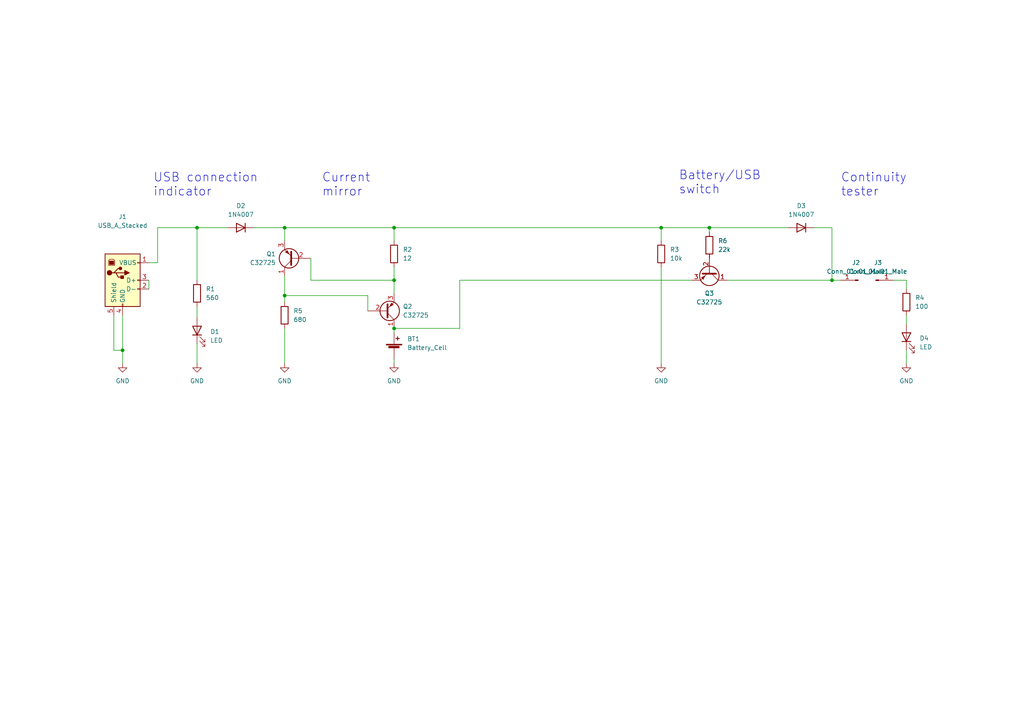
<source format=kicad_sch>
(kicad_sch (version 20211123) (generator eeschema)
  (paper "A4")
  (lib_symbols
    (symbol "Connector:Conn_01x01_Male" (pin_names (offset 1.016) hide)
      (property "Reference" "J" (at 0 2.54 0))
      (property "Value" "Conn_01x01_Male" (at 0 -2.54 0))
      (symbol "Conn_01x01_Male_1_1"
        (polyline (pts (xy 1.27 0) (xy 0.8636 0)) (stroke (width 0.1524)))
        (rectangle (start 0.8636 0.127) (end 0 -0.127) (stroke (width 0.1524)) (fill (type outline)))
        (pin passive line (at 5.08 0 180) (length 3.81) (name "Pin_1") (number "1"))
      )
    )
    (symbol "Connector:USB_B" (pin_names (offset 1.016))
      (property "Reference" "J" (at -5.08 11.43 0))
      (property "Value" "USB_B" (at -5.08 8.89 0))
      (symbol "USB_B_0_1"
        (rectangle (start -5.08 -7.62) (end 5.08 7.62) (stroke (width 0.254)) (fill (type background)))
        (circle (center -3.81 2.159) (radius 0.635) (stroke (width 0.254)) (fill (type outline)))
        (rectangle (start -3.81 5.588) (end -2.54 4.572) (fill (type outline)))
        (circle (center -0.635 3.429) (radius 0.381) (stroke (width 0.254)) (fill (type outline)))
        (rectangle (start -0.127 -7.62) (end 0.127 -6.858))
        (polyline (pts (xy -1.905 2.159) (xy 0.635 2.159)) (stroke (width 0.254)))
        (polyline (pts (xy -3.175 2.159) (xy -2.54 2.159) (xy -1.27 3.429) (xy -0.635 3.429)) (stroke (width 0.254)))
        (polyline (pts (xy -2.54 2.159) (xy -1.905 2.159) (xy -1.27 0.889) (xy 0 0.889)) (stroke (width 0.254)))
        (polyline (pts (xy 0.635 2.794) (xy 0.635 1.524) (xy 1.905 2.159) (xy 0.635 2.794)) (stroke (width 0.254)) (fill (type outline)))
        (polyline (pts (xy -4.064 4.318) (xy -2.286 4.318) (xy -2.286 5.715) (xy -2.667 6.096) (xy -3.683 6.096) (xy -4.064 5.715) (xy -4.064 4.318)))
        (rectangle (start 0.254 1.27) (end -0.508 0.508) (stroke (width 0.254)) (fill (type outline)))
        (rectangle (start 5.08 -2.667) (end 4.318 -2.413))
        (rectangle (start 5.08 -0.127) (end 4.318 0.127))
        (rectangle (start 5.08 4.953) (end 4.318 5.207))
      )
      (symbol "USB_B_1_1"
        (pin power_out line (at 7.62 5.08 180) (length 2.54) (name "VBUS") (number "1"))
        (pin bidirectional line (at 7.62 -2.54 180) (length 2.54) (name "D-") (number "2"))
        (pin bidirectional line (at 7.62 0 180) (length 2.54) (name "D+") (number "3"))
        (pin power_out line (at 0 -10.16 90) (length 2.54) (name "GND") (number "4"))
        (pin passive line (at -2.54 -10.16 90) (length 2.54) (name "Shield") (number "5"))
      )
    )
    (symbol "Device:Battery_Cell" (pin_numbers hide) (pin_names (offset 0) hide)
      (property "Reference" "BT" (at 2.54 2.54 0))
      (property "Value" "Battery_Cell" (at 2.54 0 0))
      (symbol "Battery_Cell_0_1"
        (rectangle (start -2.286 1.778) (end 2.286 1.524) (fill (type outline)))
        (rectangle (start -1.5748 1.1938) (end 1.4732 0.6858) (fill (type outline)))
        (polyline (pts (xy 0 0.762) (xy 0 0)))
        (polyline (pts (xy 0 1.778) (xy 0 2.54)))
        (polyline (pts (xy 0.508 3.429) (xy 1.524 3.429)) (stroke (width 0.254)))
        (polyline (pts (xy 1.016 3.937) (xy 1.016 2.921)) (stroke (width 0.254)))
      )
      (symbol "Battery_Cell_1_1"
        (pin passive line (at 0 5.08 270) (length 2.54) (name "+") (number "1"))
        (pin passive line (at 0 -2.54 90) (length 2.54) (name "-") (number "2"))
      )
    )
    (symbol "Device:D" (pin_numbers hide) (pin_names (offset 1.016) hide)
      (property "Reference" "D" (at 0 2.54 0))
      (property "Value" "D" (at 0 -2.54 0))
      (symbol "D_0_1"
        (polyline (pts (xy -1.27 1.27) (xy -1.27 -1.27)) (stroke (width 0.254)))
        (polyline (pts (xy 1.27 0) (xy -1.27 0)))
        (polyline (pts (xy 1.27 1.27) (xy 1.27 -1.27) (xy -1.27 0) (xy 1.27 1.27)) (stroke (width 0.254)))
      )
      (symbol "D_1_1"
        (pin passive line (at -3.81 0 0) (length 2.54) (name "K") (number "1"))
        (pin passive line (at 3.81 0 180) (length 2.54) (name "A") (number "2"))
      )
    )
    (symbol "Device:LED" (pin_numbers hide) (pin_names (offset 1.016) hide)
      (property "Reference" "D" (at 0 2.54 0))
      (property "Value" "LED" (at 0 -2.54 0))
      (symbol "LED_0_1"
        (polyline (pts (xy -1.27 -1.27) (xy -1.27 1.27)) (stroke (width 0.254)))
        (polyline (pts (xy -1.27 0) (xy 1.27 0)))
        (polyline (pts (xy 1.27 -1.27) (xy 1.27 1.27) (xy -1.27 0) (xy 1.27 -1.27)) (stroke (width 0.254)))
        (polyline (pts (xy -3.048 -0.762) (xy -4.572 -2.286) (xy -3.81 -2.286) (xy -4.572 -2.286) (xy -4.572 -1.524)))
        (polyline (pts (xy -1.778 -0.762) (xy -3.302 -2.286) (xy -2.54 -2.286) (xy -3.302 -2.286) (xy -3.302 -1.524)))
      )
      (symbol "LED_1_1"
        (pin passive line (at -3.81 0 0) (length 2.54) (name "K") (number "1"))
        (pin passive line (at 3.81 0 180) (length 2.54) (name "A") (number "2"))
      )
    )
    (symbol "Device:Q_PNP_CBE" (pin_names (offset 0) hide)
      (property "Reference" "Q" (at 5.08 1.27 0))
      (property "Value" "Q_PNP_CBE" (at 5.08 -1.27 0))
      (symbol "Q_PNP_CBE_0_1"
        (polyline (pts (xy 0.635 0.635) (xy 2.54 2.54)))
        (polyline (pts (xy 0.635 -0.635) (xy 2.54 -2.54) (xy 2.54 -2.54)))
        (polyline (pts (xy 0.635 1.905) (xy 0.635 -1.905) (xy 0.635 -1.905)) (stroke (width 0.508)))
        (polyline (pts (xy 2.286 -1.778) (xy 1.778 -2.286) (xy 1.27 -1.27) (xy 2.286 -1.778) (xy 2.286 -1.778)) (fill (type outline)))
        (circle (center 1.27 0) (radius 2.8194) (stroke (width 0.254)))
      )
      (symbol "Q_PNP_CBE_1_1"
        (pin passive line (at 2.54 5.08 270) (length 2.54) (name "C") (number "1"))
        (pin input line (at -5.08 0 0) (length 5.715) (name "B") (number "2"))
        (pin passive line (at 2.54 -5.08 90) (length 2.54) (name "E") (number "3"))
      )
    )
    (symbol "Device:R" (pin_numbers hide) (pin_names (offset 0))
      (property "Reference" "R" (at 2.032 0 90))
      (property "Value" "R" (at 0 0 90))
      (symbol "R_0_1"
        (rectangle (start -1.016 -2.54) (end 1.016 2.54) (stroke (width 0.254)))
      )
      (symbol "R_1_1"
        (pin passive line (at 0 3.81 270) (length 1.27) (name "~") (number "1"))
        (pin passive line (at 0 -3.81 90) (length 1.27) (name "~") (number "2"))
      )
    )
    (symbol "power:GND" (power) (pin_names (offset 0))
      (property "Value" "GND" (at 0 -3.81 0))
      (symbol "GND_0_1"
        (polyline (pts (xy 0 0) (xy 0 -1.27) (xy 1.27 -1.27) (xy 0 -2.54) (xy -1.27 -1.27) (xy 0 -1.27)))
      )
      (symbol "GND_1_1"
        (pin power_in line (at 0 0 270) (length 0) hide (name "GND") (number "1"))
      )
    )
  )
  (junction (at 82.55 66.04))
  (junction (at 35.56 101.6))
  (junction (at 205.74 66.04))
  (junction (at 114.3 95.25))
  (junction (at 114.3 66.04))
  (junction (at 57.15 66.04))
  (junction (at 191.77 66.04))
  (junction (at 114.3 81.28))
  (junction (at 241.3 81.28))
  (junction (at 82.55 85.725))
  (wire (pts (xy 82.55 69.85) (xy 82.55 66.04)))
  (wire (pts (xy 236.22 66.04) (xy 241.3 66.04)))
  (wire (pts (xy 82.55 66.04) (xy 114.3 66.04)))
  (wire (pts (xy 43.18 81.28) (xy 43.18 83.82)))
  (wire (pts (xy 114.3 77.47) (xy 114.3 81.28)))
  (wire (pts (xy 191.77 77.47) (xy 191.77 105.41)))
  (wire (pts (xy 82.55 85.725) (xy 82.55 87.63)))
  (wire (pts (xy 210.82 81.28) (xy 241.3 81.28)))
  (wire (pts (xy 262.89 91.44) (xy 262.89 93.98)))
  (wire (pts (xy 35.56 101.6) (xy 35.56 105.41)))
  (wire (pts (xy 133.35 81.28) (xy 200.66 81.28)))
  (wire (pts (xy 57.15 66.04) (xy 66.04 66.04)))
  (wire (pts (xy 205.74 66.04) (xy 228.6 66.04)))
  (wire (pts (xy 45.72 66.04) (xy 57.15 66.04)))
  (wire (pts (xy 262.89 81.28) (xy 262.89 83.82)))
  (wire (pts (xy 191.77 66.04) (xy 191.77 69.85)))
  (wire (pts (xy 57.15 88.9) (xy 57.15 92.075)))
  (wire (pts (xy 241.3 81.28) (xy 241.3 66.04)))
  (wire (pts (xy 90.17 81.28) (xy 114.3 81.28)))
  (wire (pts (xy 73.66 66.04) (xy 82.55 66.04)))
  (wire (pts (xy 241.3 81.28) (xy 243.84 81.28)))
  (wire (pts (xy 57.15 99.695) (xy 57.15 105.41)))
  (wire (pts (xy 114.3 66.04) (xy 114.3 69.85)))
  (wire (pts (xy 82.55 80.01) (xy 82.55 85.725)))
  (wire (pts (xy 114.3 66.04) (xy 191.77 66.04)))
  (wire (pts (xy 114.3 95.25) (xy 114.3 96.52)))
  (wire (pts (xy 90.17 74.93) (xy 90.17 81.28)))
  (wire (pts (xy 114.3 81.28) (xy 114.3 85.09)))
  (wire (pts (xy 205.74 67.31) (xy 205.74 66.04)))
  (wire (pts (xy 57.15 66.04) (xy 57.15 81.28)))
  (wire (pts (xy 33.02 91.44) (xy 33.02 101.6)))
  (wire (pts (xy 191.77 66.04) (xy 205.74 66.04)))
  (wire (pts (xy 114.3 104.14) (xy 114.3 105.41)))
  (wire (pts (xy 133.35 95.25) (xy 133.35 81.28)))
  (wire (pts (xy 45.72 66.04) (xy 45.72 76.2)))
  (wire (pts (xy 205.74 74.93) (xy 205.74 73.66)))
  (wire (pts (xy 35.56 91.44) (xy 35.56 101.6)))
  (wire (pts (xy 43.18 76.2) (xy 45.72 76.2)))
  (wire (pts (xy 114.3 95.25) (xy 133.35 95.25)))
  (wire (pts (xy 106.68 85.725) (xy 106.68 90.17)))
  (wire (pts (xy 259.08 81.28) (xy 262.89 81.28)))
  (wire (pts (xy 262.89 101.6) (xy 262.89 105.41)))
  (wire (pts (xy 82.55 85.725) (xy 106.68 85.725)))
  (wire (pts (xy 33.02 101.6) (xy 35.56 101.6)))
  (wire (pts (xy 82.55 95.25) (xy 82.55 105.41)))
  (text "Current\nmirror" (at 93.345 57.15 0) (effects (font (size 2.54 2.54)) (justify left bottom)))
  (text "Continuity\ntester" (at 243.84 57.15 0) (effects (font (size 2.54 2.54)) (justify left bottom)))
  (text "Battery/USB\nswitch" (at 196.85 56.515 0) (effects (font (size 2.54 2.54)) (justify left bottom)))
  (text "USB connection\nindicator" (at 44.45 57.15 0) (effects (font (size 2.54 2.54)) (justify left bottom)))
  (symbol (lib_id "Device:D") (at 69.85 66.04 180) (unit 1)
    (property "Reference" "D2" (at 69.85 59.69 0))
    (property "Value" "1N4007" (at 69.85 62.23 0))
    (property "Footprint" "Diode_THT:D_DO-41_SOD81_P10.16mm_Horizontal" (effects hide))
  )
  (symbol (lib_id "Device:Q_PNP_CBE") (at 85.09 74.93 180) (unit 1)
    (property "Reference" "Q1" (at 80.01 73.6599 0) (effects (justify left)))
    (property "Value" "C32725" (at 80.01 76.1999 0) (effects (justify left)))
    (property "Footprint" "Package_TO_SOT_THT:TO-92" (effects hide))
  )
  (symbol (lib_id "Device:R") (at 82.55 91.44 0) (unit 1)
    (property "Reference" "R5" (at 85.09 90.1699 0) (effects (justify left)))
    (property "Value" "680" (at 85.09 92.7099 0) (effects (justify left)))
    (property "Footprint" "Resistor_THT:R_Box_L13.0mm_W4.0mm_P9.00mm" (effects hide))
  )
  (symbol (lib_id "power:GND") (at 262.89 105.41 0) (unit 1)
    (property "Reference" "#PWR07" (effects hide))
    (property "Value" "GND" (at 262.89 110.49 0))
  )
  (symbol (lib_id "Device:Q_PNP_CBE") (at 111.76 90.17 0) (mirror x) (unit 1)
    (property "Reference" "Q2" (at 116.84 88.8999 0) (effects (justify left)))
    (property "Value" "C32725" (at 116.84 91.4399 0) (effects (justify left)))
    (property "Footprint" "Package_TO_SOT_THT:TO-92" (effects hide))
  )
  (symbol (lib_id "Device:R") (at 262.89 87.63 0) (unit 1)
    (property "Reference" "R4" (at 265.43 86.3599 0) (effects (justify left)))
    (property "Value" "100" (at 265.43 88.8999 0) (effects (justify left)))
    (property "Footprint" "Resistor_THT:R_Box_L13.0mm_W4.0mm_P9.00mm" (effects hide))
  )
  (symbol (lib_id "Device:R") (at 191.77 73.66 0) (unit 1)
    (property "Reference" "R3" (at 194.31 72.3899 0) (effects (justify left)))
    (property "Value" "10k" (at 194.31 74.9299 0) (effects (justify left)))
    (property "Footprint" "Resistor_THT:R_Box_L13.0mm_W4.0mm_P9.00mm" (effects hide))
  )
  (symbol (lib_id "Device:R") (at 205.74 71.12 0) (unit 1)
    (property "Reference" "R6" (at 208.28 69.8499 0) (effects (justify left)))
    (property "Value" "22k" (at 208.28 72.3899 0) (effects (justify left)))
    (property "Footprint" "Resistor_THT:R_Box_L13.0mm_W4.0mm_P9.00mm" (effects hide))
  )
  (symbol (lib_id "Device:R") (at 114.3 73.66 0) (unit 1)
    (property "Reference" "R2" (at 116.84 72.3899 0) (effects (justify left)))
    (property "Value" "12" (at 116.84 74.9299 0) (effects (justify left)))
    (property "Footprint" "Resistor_THT:R_Box_L13.0mm_W4.0mm_P9.00mm" (effects hide))
  )
  (symbol (lib_id "Device:Battery_Cell") (at 114.3 101.6 0) (unit 1)
    (property "Reference" "BT1" (at 118.11 98.2979 0) (effects (justify left)))
    (property "Value" "Battery_Cell" (at 118.11 100.8379 0) (effects (justify left)))
    (property "Footprint" "Battery:BatteryHolder_TruPower_BH-331P_3xAA" (effects hide))
  )
  (symbol (lib_id "power:GND") (at 114.3 105.41 0) (unit 1)
    (property "Reference" "#PWR04" (effects hide))
    (property "Value" "GND" (at 114.3 110.49 0))
  )
  (symbol (lib_id "power:GND") (at 57.15 105.41 0) (unit 1)
    (property "Reference" "#PWR02" (effects hide))
    (property "Value" "GND" (at 57.15 110.49 0))
  )
  (symbol (lib_id "Device:Q_PNP_CBE") (at 205.74 78.74 270) (unit 1)
    (property "Reference" "Q3" (at 205.74 85.09 90))
    (property "Value" "C32725" (at 205.74 87.63 90))
    (property "Footprint" "Package_TO_SOT_THT:TO-92" (effects hide))
  )
  (symbol (lib_id "power:GND") (at 35.56 105.41 0) (unit 1)
    (property "Reference" "#PWR01" (effects hide))
    (property "Value" "GND" (at 35.56 110.49 0))
  )
  (symbol (lib_id "power:GND") (at 82.55 105.41 0) (unit 1)
    (property "Reference" "#PWR03" (effects hide))
    (property "Value" "GND" (at 82.55 110.49 0))
  )
  (symbol (lib_id "Connector:Conn_01x01_Male") (at 254 81.28 0) (unit 1)
    (property "Reference" "J3" (at 254.635 76.2 0))
    (property "Value" "Conn_01x01_Male" (at 254.635 78.74 0))
    (property "Footprint" "REWOD electrodes:electrode_pad" (effects hide))
  )
  (symbol (lib_id "Device:LED") (at 262.89 97.79 90) (unit 1)
    (property "Reference" "D4" (at 266.7 98.1074 90) (effects (justify right)))
    (property "Value" "LED" (at 266.7 100.6474 90) (effects (justify right)))
    (property "Footprint" "LED_THT:LED_D3.0mm" (effects hide))
  )
  (symbol (lib_id "power:GND") (at 191.77 105.41 0) (unit 1)
    (property "Reference" "#PWR06" (effects hide))
    (property "Value" "GND" (at 191.77 110.49 0))
  )
  (symbol (lib_id "Connector:USB_B") (at 35.56 81.28 0) (unit 1)
    (property "Reference" "J1" (at 35.56 62.865 0))
    (property "Value" "USB_A_Stacked" (at 35.56 65.405 0))
    (property "Footprint" "Connector_USB:USB_B_OST_USB-B1HSxx_Horizontal" (effects hide))
    (property "Datasheet" " ~" (effects hide))
  )
  (symbol (lib_id "Connector:Conn_01x01_Male") (at 248.92 81.28 180) (unit 1)
    (property "Reference" "J2" (at 248.285 76.2 0))
    (property "Value" "Conn_01x01_Male" (at 248.285 78.74 0))
    (property "Footprint" "REWOD electrodes:electrode_pad" (effects hide))
  )
  (symbol (lib_id "Device:LED") (at 57.15 95.885 90) (unit 1)
    (property "Reference" "D1" (at 60.96 96.2024 90) (effects (justify right)))
    (property "Value" "LED" (at 60.96 98.7424 90) (effects (justify right)))
    (property "Footprint" "LED_THT:LED_D3.0mm" (effects hide))
  )
  (symbol (lib_id "Device:D") (at 232.41 66.04 180) (unit 1)
    (property "Reference" "D3" (at 232.41 59.69 0))
    (property "Value" "1N4007" (at 232.41 62.23 0))
    (property "Footprint" "Diode_THT:D_DO-41_SOD81_P10.16mm_Horizontal" (effects hide))
  )
  (symbol (lib_id "Device:R") (at 57.15 85.09 0) (unit 1)
    (property "Reference" "R1" (at 59.69 83.8199 0) (effects (justify left)))
    (property "Value" "560" (at 59.69 86.3599 0) (effects (justify left)))
    (property "Footprint" "Resistor_THT:R_Box_L13.0mm_W4.0mm_P9.00mm" (effects hide))
  )
)
</source>
